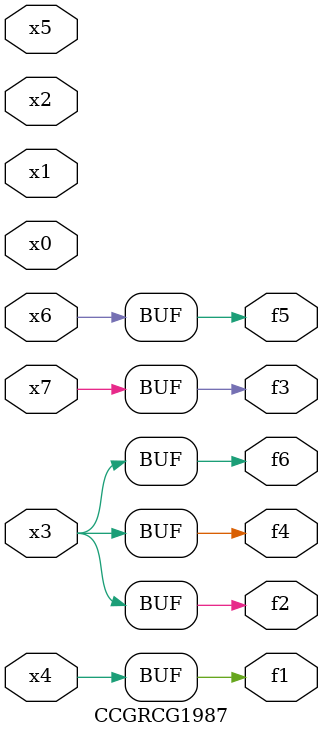
<source format=v>
module CCGRCG1987(
	input x0, x1, x2, x3, x4, x5, x6, x7,
	output f1, f2, f3, f4, f5, f6
);
	assign f1 = x4;
	assign f2 = x3;
	assign f3 = x7;
	assign f4 = x3;
	assign f5 = x6;
	assign f6 = x3;
endmodule

</source>
